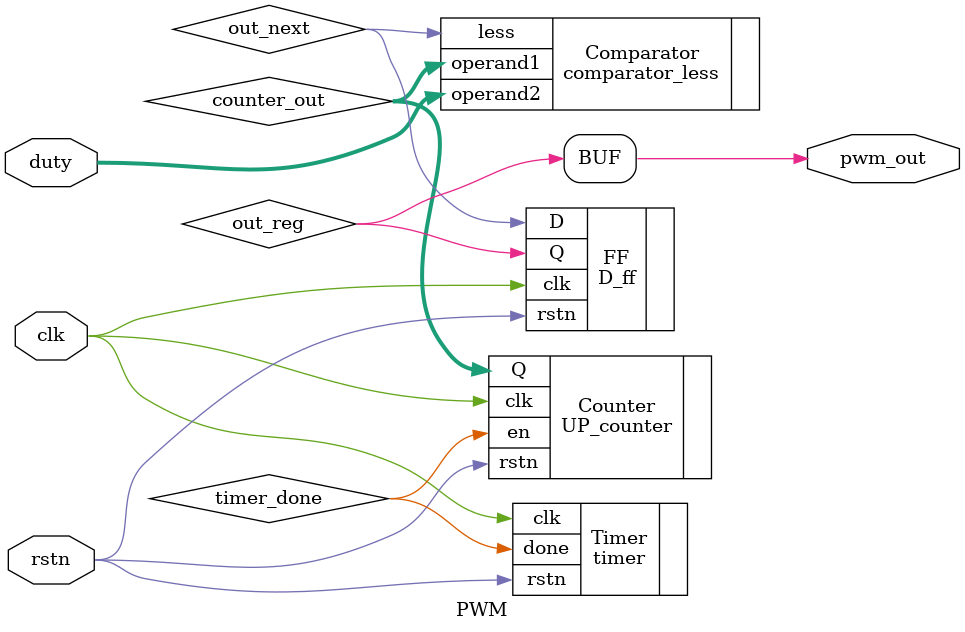
<source format=v>
module PWM #(parameter BITS = 4, TIMER_DELAY = 10) (
    input clk, rstn, 
    input [BITS : 0] duty,
    output pwm_out
);
    wire timer_done, out_next, out_reg;
    wire [BITS - 1 : 0] counter_out;
    
    timer #(.DELAY(TIMER_DELAY)) Timer (.clk(clk), .rstn(rstn), .done(timer_done));

    UP_counter #(.BITS(BITS)) Counter (.clk(clk), .rstn(rstn), .en(timer_done), .Q(counter_out));

    comparator_less #(.BITS(BITS)) Comparator (.operand1(counter_out), .operand2(duty), .less(out_next));

    D_ff FF (.clk(clk), .rstn(rstn), .D(out_next), .Q(out_reg));

    assign pwm_out = out_reg;
endmodule

</source>
